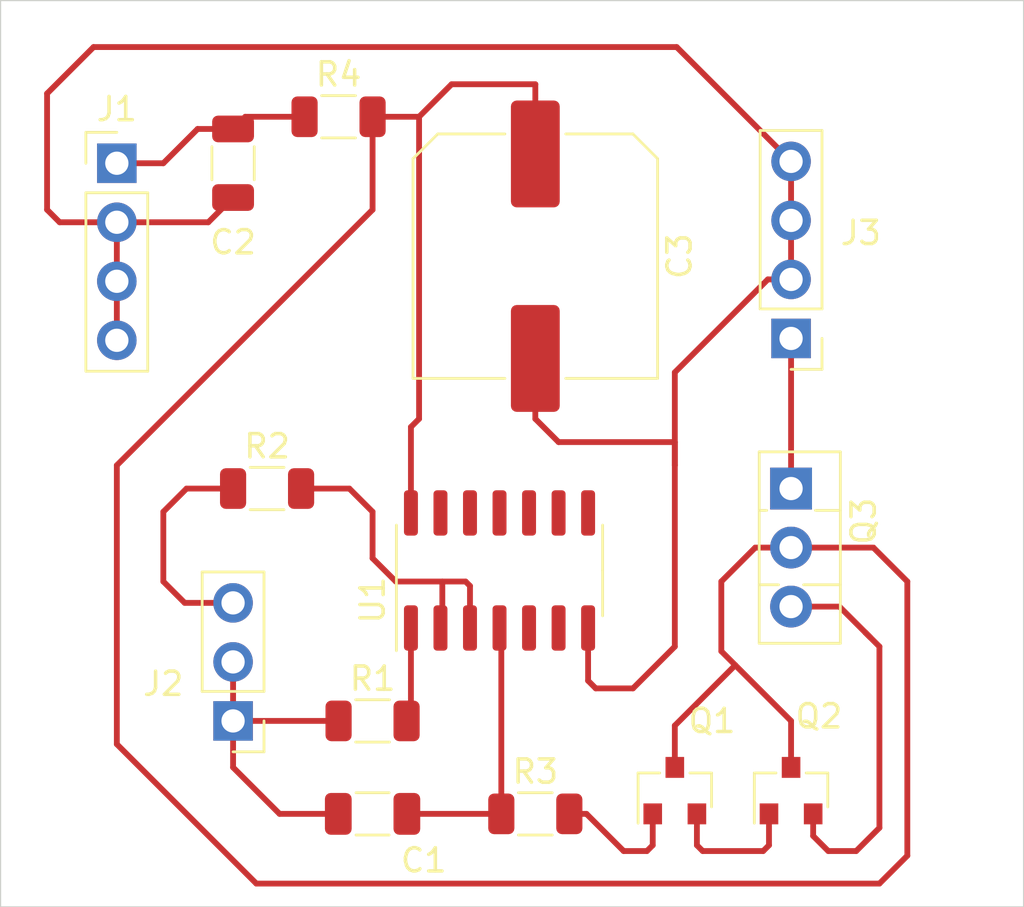
<source format=kicad_pcb>
(kicad_pcb (version 20171130) (host pcbnew "(5.1.9)-1")

  (general
    (thickness 1.6)
    (drawings 4)
    (tracks 97)
    (zones 0)
    (modules 14)
    (nets 13)
  )

  (page A4)
  (layers
    (0 F.Cu signal)
    (31 B.Cu signal hide)
    (32 B.Adhes user hide)
    (33 F.Adhes user)
    (34 B.Paste user hide)
    (35 F.Paste user)
    (36 B.SilkS user hide)
    (37 F.SilkS user)
    (38 B.Mask user hide)
    (39 F.Mask user)
    (40 Dwgs.User user hide)
    (41 Cmts.User user hide)
    (42 Eco1.User user hide)
    (43 Eco2.User user hide)
    (44 Edge.Cuts user)
    (45 Margin user)
    (46 B.CrtYd user)
    (47 F.CrtYd user)
    (48 B.Fab user)
    (49 F.Fab user)
  )

  (setup
    (last_trace_width 0.25)
    (trace_clearance 0.2)
    (zone_clearance 0.508)
    (zone_45_only no)
    (trace_min 0.2)
    (via_size 0.8)
    (via_drill 0.4)
    (via_min_size 0.4)
    (via_min_drill 0.3)
    (uvia_size 0.3)
    (uvia_drill 0.1)
    (uvias_allowed no)
    (uvia_min_size 0.2)
    (uvia_min_drill 0.1)
    (edge_width 0.05)
    (segment_width 0.2)
    (pcb_text_width 0.3)
    (pcb_text_size 1.5 1.5)
    (mod_edge_width 0.12)
    (mod_text_size 1 1)
    (mod_text_width 0.15)
    (pad_size 1.95 0.6)
    (pad_drill 0)
    (pad_to_mask_clearance 0)
    (aux_axis_origin 0 0)
    (grid_origin 110 60)
    (visible_elements FFFEFB3F)
    (pcbplotparams
      (layerselection 0x010a8_ffffffff)
      (usegerberextensions false)
      (usegerberattributes true)
      (usegerberadvancedattributes true)
      (creategerberjobfile true)
      (excludeedgelayer true)
      (linewidth 0.100000)
      (plotframeref false)
      (viasonmask false)
      (mode 1)
      (useauxorigin true)
      (hpglpennumber 1)
      (hpglpenspeed 20)
      (hpglpendiameter 15.000000)
      (psnegative false)
      (psa4output false)
      (plotreference true)
      (plotvalue true)
      (plotinvisibletext false)
      (padsonsilk false)
      (subtractmaskfromsilk false)
      (outputformat 1)
      (mirror false)
      (drillshape 0)
      (scaleselection 1)
      (outputdirectory "./"))
  )

  (net 0 "")
  (net 1 "Net-(C1-Pad2)")
  (net 2 "Net-(C1-Pad1)")
  (net 3 GND)
  (net 4 +12V)
  (net 5 "Net-(C3-Pad1)")
  (net 6 "Net-(J2-Pad3)")
  (net 7 "Net-(J3-Pad1)")
  (net 8 "Net-(Q1-Pad2)")
  (net 9 "Net-(Q1-Pad1)")
  (net 10 "Net-(Q2-Pad2)")
  (net 11 "Net-(R1-Pad2)")
  (net 12 "Net-(R2-Pad2)")

  (net_class Default "This is the default net class."
    (clearance 0.2)
    (trace_width 0.25)
    (via_dia 0.8)
    (via_drill 0.4)
    (uvia_dia 0.3)
    (uvia_drill 0.1)
    (add_net +12V)
    (add_net GND)
    (add_net "Net-(C1-Pad1)")
    (add_net "Net-(C1-Pad2)")
    (add_net "Net-(C3-Pad1)")
    (add_net "Net-(J2-Pad3)")
    (add_net "Net-(J3-Pad1)")
    (add_net "Net-(Q1-Pad1)")
    (add_net "Net-(Q1-Pad2)")
    (add_net "Net-(Q2-Pad2)")
    (add_net "Net-(R1-Pad2)")
    (add_net "Net-(R2-Pad2)")
  )

  (module Package_SO:SOIC-14_3.9x8.7mm_P1.27mm (layer F.Cu) (tedit 64EF9C6D) (tstamp 64EFF716)
    (at 131.46 84.525 90)
    (descr "SOIC, 14 Pin (JEDEC MS-012AB, https://www.analog.com/media/en/package-pcb-resources/package/pkg_pdf/soic_narrow-r/r_14.pdf), generated with kicad-footprint-generator ipc_gullwing_generator.py")
    (tags "SOIC SO")
    (path /64EF89F8)
    (attr smd)
    (fp_text reference U1 (at -1.275 -5.46 90) (layer F.SilkS)
      (effects (font (size 1 1) (thickness 0.15)))
    )
    (fp_text value 4069 (at 0 5.28 90) (layer F.Fab)
      (effects (font (size 1 1) (thickness 0.15)))
    )
    (fp_text user %R (at 0 0 90) (layer F.Fab)
      (effects (font (size 0.98 0.98) (thickness 0.15)))
    )
    (fp_line (start 0 4.435) (end 1.95 4.435) (layer F.SilkS) (width 0.12))
    (fp_line (start 0 4.435) (end -1.95 4.435) (layer F.SilkS) (width 0.12))
    (fp_line (start 0 -4.435) (end 1.95 -4.435) (layer F.SilkS) (width 0.12))
    (fp_line (start 0 -4.435) (end -3.45 -4.435) (layer F.SilkS) (width 0.12))
    (fp_line (start -0.975 -4.325) (end 1.95 -4.325) (layer F.Fab) (width 0.1))
    (fp_line (start 1.95 -4.325) (end 1.95 4.325) (layer F.Fab) (width 0.1))
    (fp_line (start 1.95 4.325) (end -1.95 4.325) (layer F.Fab) (width 0.1))
    (fp_line (start -1.95 4.325) (end -1.95 -3.35) (layer F.Fab) (width 0.1))
    (fp_line (start -1.95 -3.35) (end -0.975 -4.325) (layer F.Fab) (width 0.1))
    (fp_line (start -3.7 -4.58) (end -3.7 4.58) (layer F.CrtYd) (width 0.05))
    (fp_line (start -3.7 4.58) (end 3.7 4.58) (layer F.CrtYd) (width 0.05))
    (fp_line (start 3.7 4.58) (end 3.7 -4.58) (layer F.CrtYd) (width 0.05))
    (fp_line (start 3.7 -4.58) (end -3.7 -4.58) (layer F.CrtYd) (width 0.05))
    (pad 14 smd roundrect (at 2.475 -3.81 90) (size 1.95 0.6) (layers F.Cu F.Paste F.Mask) (roundrect_rratio 0.25)
      (net 5 "Net-(C3-Pad1)"))
    (pad 13 smd roundrect (at 2.475 -2.54 90) (size 1.95 0.6) (layers F.Cu F.Paste F.Mask) (roundrect_rratio 0.25))
    (pad 12 smd roundrect (at 2.475 -1.27 90) (size 1.95 0.6) (layers F.Cu F.Paste F.Mask) (roundrect_rratio 0.25))
    (pad 11 smd roundrect (at 2.475 0 90) (size 1.95 0.6) (layers F.Cu F.Paste F.Mask) (roundrect_rratio 0.25))
    (pad 10 smd roundrect (at 2.475 1.27 90) (size 1.95 0.6) (layers F.Cu F.Paste F.Mask) (roundrect_rratio 0.25))
    (pad 9 smd roundrect (at 2.475 2.54 90) (size 1.95 0.6) (layers F.Cu F.Paste F.Mask) (roundrect_rratio 0.25))
    (pad 8 smd roundrect (at 2.475 3.81 90) (size 1.95 0.6) (layers F.Cu F.Paste F.Mask) (roundrect_rratio 0.25))
    (pad 7 smd roundrect (at -2.475 3.81 90) (size 1.95 0.6) (layers F.Cu F.Paste F.Mask) (roundrect_rratio 0.25)
      (net 3 GND))
    (pad 6 smd roundrect (at -2.475 2.54 90) (size 1.95 0.6) (layers F.Cu F.Paste F.Mask) (roundrect_rratio 0.25))
    (pad 5 smd roundrect (at -2.475 1.27 90) (size 1.95 0.6) (layers F.Cu F.Paste F.Mask) (roundrect_rratio 0.25))
    (pad 4 smd roundrect (at -2.475 0 90) (size 1.95 0.6) (layers F.Cu F.Paste F.Mask) (roundrect_rratio 0.25)
      (net 1 "Net-(C1-Pad2)"))
    (pad 3 smd roundrect (at -2.475 -1.27 90) (size 1.95 0.6) (layers F.Cu F.Paste F.Mask) (roundrect_rratio 0.25)
      (net 12 "Net-(R2-Pad2)"))
    (pad 2 smd roundrect (at -2.475 -2.54 90) (size 1.95 0.6) (layers F.Cu F.Paste F.Mask) (roundrect_rratio 0.25)
      (net 12 "Net-(R2-Pad2)"))
    (pad 1 smd roundrect (at -2.475 -3.81 90) (size 1.95 0.6) (layers F.Cu F.Paste F.Mask) (roundrect_rratio 0.25)
      (net 11 "Net-(R1-Pad2)"))
    (model ${KISYS3DMOD}/Package_SO.3dshapes/SOIC-14_3.9x8.7mm_P1.27mm.wrl
      (at (xyz 0 0 0))
      (scale (xyz 1 1 1))
      (rotate (xyz 0 0 0))
    )
  )

  (module Resistor_SMD:R_1206_3216Metric (layer F.Cu) (tedit 5F68FEEE) (tstamp 64EFF6F6)
    (at 124.5375 65)
    (descr "Resistor SMD 1206 (3216 Metric), square (rectangular) end terminal, IPC_7351 nominal, (Body size source: IPC-SM-782 page 72, https://www.pcb-3d.com/wordpress/wp-content/uploads/ipc-sm-782a_amendment_1_and_2.pdf), generated with kicad-footprint-generator")
    (tags resistor)
    (path /64F1A1B6)
    (attr smd)
    (fp_text reference R4 (at 0 -1.82) (layer F.SilkS)
      (effects (font (size 1 1) (thickness 0.15)))
    )
    (fp_text value 3k (at 0 1.82) (layer F.Fab)
      (effects (font (size 1 1) (thickness 0.15)))
    )
    (fp_text user %R (at 0 0) (layer F.Fab)
      (effects (font (size 0.8 0.8) (thickness 0.12)))
    )
    (fp_line (start -1.6 0.8) (end -1.6 -0.8) (layer F.Fab) (width 0.1))
    (fp_line (start -1.6 -0.8) (end 1.6 -0.8) (layer F.Fab) (width 0.1))
    (fp_line (start 1.6 -0.8) (end 1.6 0.8) (layer F.Fab) (width 0.1))
    (fp_line (start 1.6 0.8) (end -1.6 0.8) (layer F.Fab) (width 0.1))
    (fp_line (start -0.727064 -0.91) (end 0.727064 -0.91) (layer F.SilkS) (width 0.12))
    (fp_line (start -0.727064 0.91) (end 0.727064 0.91) (layer F.SilkS) (width 0.12))
    (fp_line (start -2.28 1.12) (end -2.28 -1.12) (layer F.CrtYd) (width 0.05))
    (fp_line (start -2.28 -1.12) (end 2.28 -1.12) (layer F.CrtYd) (width 0.05))
    (fp_line (start 2.28 -1.12) (end 2.28 1.12) (layer F.CrtYd) (width 0.05))
    (fp_line (start 2.28 1.12) (end -2.28 1.12) (layer F.CrtYd) (width 0.05))
    (pad 2 smd roundrect (at 1.4625 0) (size 1.125 1.75) (layers F.Cu F.Paste F.Mask) (roundrect_rratio 0.2222213333333333)
      (net 5 "Net-(C3-Pad1)"))
    (pad 1 smd roundrect (at -1.4625 0) (size 1.125 1.75) (layers F.Cu F.Paste F.Mask) (roundrect_rratio 0.2222213333333333)
      (net 4 +12V))
    (model ${KISYS3DMOD}/Resistor_SMD.3dshapes/R_1206_3216Metric.wrl
      (at (xyz 0 0 0))
      (scale (xyz 1 1 1))
      (rotate (xyz 0 0 0))
    )
  )

  (module Resistor_SMD:R_1206_3216Metric (layer F.Cu) (tedit 5F68FEEE) (tstamp 64EFF6E5)
    (at 133 95)
    (descr "Resistor SMD 1206 (3216 Metric), square (rectangular) end terminal, IPC_7351 nominal, (Body size source: IPC-SM-782 page 72, https://www.pcb-3d.com/wordpress/wp-content/uploads/ipc-sm-782a_amendment_1_and_2.pdf), generated with kicad-footprint-generator")
    (tags resistor)
    (path /64EFBEBA)
    (attr smd)
    (fp_text reference R3 (at 0 -1.82) (layer F.SilkS)
      (effects (font (size 1 1) (thickness 0.15)))
    )
    (fp_text value 2k (at 0 1.82) (layer F.Fab)
      (effects (font (size 1 1) (thickness 0.15)))
    )
    (fp_text user %R (at 0 0) (layer F.Fab)
      (effects (font (size 0.8 0.8) (thickness 0.12)))
    )
    (fp_line (start -1.6 0.8) (end -1.6 -0.8) (layer F.Fab) (width 0.1))
    (fp_line (start -1.6 -0.8) (end 1.6 -0.8) (layer F.Fab) (width 0.1))
    (fp_line (start 1.6 -0.8) (end 1.6 0.8) (layer F.Fab) (width 0.1))
    (fp_line (start 1.6 0.8) (end -1.6 0.8) (layer F.Fab) (width 0.1))
    (fp_line (start -0.727064 -0.91) (end 0.727064 -0.91) (layer F.SilkS) (width 0.12))
    (fp_line (start -0.727064 0.91) (end 0.727064 0.91) (layer F.SilkS) (width 0.12))
    (fp_line (start -2.28 1.12) (end -2.28 -1.12) (layer F.CrtYd) (width 0.05))
    (fp_line (start -2.28 -1.12) (end 2.28 -1.12) (layer F.CrtYd) (width 0.05))
    (fp_line (start 2.28 -1.12) (end 2.28 1.12) (layer F.CrtYd) (width 0.05))
    (fp_line (start 2.28 1.12) (end -2.28 1.12) (layer F.CrtYd) (width 0.05))
    (pad 2 smd roundrect (at 1.4625 0) (size 1.125 1.75) (layers F.Cu F.Paste F.Mask) (roundrect_rratio 0.2222213333333333)
      (net 9 "Net-(Q1-Pad1)"))
    (pad 1 smd roundrect (at -1.4625 0) (size 1.125 1.75) (layers F.Cu F.Paste F.Mask) (roundrect_rratio 0.2222213333333333)
      (net 1 "Net-(C1-Pad2)"))
    (model ${KISYS3DMOD}/Resistor_SMD.3dshapes/R_1206_3216Metric.wrl
      (at (xyz 0 0 0))
      (scale (xyz 1 1 1))
      (rotate (xyz 0 0 0))
    )
  )

  (module Resistor_SMD:R_1206_3216Metric (layer F.Cu) (tedit 5F68FEEE) (tstamp 64EFF6D4)
    (at 121.4625 81)
    (descr "Resistor SMD 1206 (3216 Metric), square (rectangular) end terminal, IPC_7351 nominal, (Body size source: IPC-SM-782 page 72, https://www.pcb-3d.com/wordpress/wp-content/uploads/ipc-sm-782a_amendment_1_and_2.pdf), generated with kicad-footprint-generator")
    (tags resistor)
    (path /64EFB576)
    (attr smd)
    (fp_text reference R2 (at 0 -1.82) (layer F.SilkS)
      (effects (font (size 1 1) (thickness 0.15)))
    )
    (fp_text value 0K1 (at 2.9375 -2) (layer F.Fab)
      (effects (font (size 1 1) (thickness 0.15)))
    )
    (fp_text user %R (at 0 0) (layer F.Fab)
      (effects (font (size 0.8 0.8) (thickness 0.12)))
    )
    (fp_line (start -1.6 0.8) (end -1.6 -0.8) (layer F.Fab) (width 0.1))
    (fp_line (start -1.6 -0.8) (end 1.6 -0.8) (layer F.Fab) (width 0.1))
    (fp_line (start 1.6 -0.8) (end 1.6 0.8) (layer F.Fab) (width 0.1))
    (fp_line (start 1.6 0.8) (end -1.6 0.8) (layer F.Fab) (width 0.1))
    (fp_line (start -0.727064 -0.91) (end 0.727064 -0.91) (layer F.SilkS) (width 0.12))
    (fp_line (start -0.727064 0.91) (end 0.727064 0.91) (layer F.SilkS) (width 0.12))
    (fp_line (start -2.28 1.12) (end -2.28 -1.12) (layer F.CrtYd) (width 0.05))
    (fp_line (start -2.28 -1.12) (end 2.28 -1.12) (layer F.CrtYd) (width 0.05))
    (fp_line (start 2.28 -1.12) (end 2.28 1.12) (layer F.CrtYd) (width 0.05))
    (fp_line (start 2.28 1.12) (end -2.28 1.12) (layer F.CrtYd) (width 0.05))
    (pad 2 smd roundrect (at 1.4625 0) (size 1.125 1.75) (layers F.Cu F.Paste F.Mask) (roundrect_rratio 0.2222213333333333)
      (net 12 "Net-(R2-Pad2)"))
    (pad 1 smd roundrect (at -1.4625 0) (size 1.125 1.75) (layers F.Cu F.Paste F.Mask) (roundrect_rratio 0.2222213333333333)
      (net 6 "Net-(J2-Pad3)"))
    (model ${KISYS3DMOD}/Resistor_SMD.3dshapes/R_1206_3216Metric.wrl
      (at (xyz 0 0 0))
      (scale (xyz 1 1 1))
      (rotate (xyz 0 0 0))
    )
  )

  (module Resistor_SMD:R_1206_3216Metric (layer F.Cu) (tedit 5F68FEEE) (tstamp 64EFF6C3)
    (at 126 91)
    (descr "Resistor SMD 1206 (3216 Metric), square (rectangular) end terminal, IPC_7351 nominal, (Body size source: IPC-SM-782 page 72, https://www.pcb-3d.com/wordpress/wp-content/uploads/ipc-sm-782a_amendment_1_and_2.pdf), generated with kicad-footprint-generator")
    (tags resistor)
    (path /64EFB05E)
    (attr smd)
    (fp_text reference R1 (at 0 -1.82) (layer F.SilkS)
      (effects (font (size 1 1) (thickness 0.15)))
    )
    (fp_text value 100k (at 0 1.82) (layer F.Fab)
      (effects (font (size 1 1) (thickness 0.15)))
    )
    (fp_text user %R (at 0 0) (layer F.Fab)
      (effects (font (size 0.8 0.8) (thickness 0.12)))
    )
    (fp_line (start -1.6 0.8) (end -1.6 -0.8) (layer F.Fab) (width 0.1))
    (fp_line (start -1.6 -0.8) (end 1.6 -0.8) (layer F.Fab) (width 0.1))
    (fp_line (start 1.6 -0.8) (end 1.6 0.8) (layer F.Fab) (width 0.1))
    (fp_line (start 1.6 0.8) (end -1.6 0.8) (layer F.Fab) (width 0.1))
    (fp_line (start -0.727064 -0.91) (end 0.727064 -0.91) (layer F.SilkS) (width 0.12))
    (fp_line (start -0.727064 0.91) (end 0.727064 0.91) (layer F.SilkS) (width 0.12))
    (fp_line (start -2.28 1.12) (end -2.28 -1.12) (layer F.CrtYd) (width 0.05))
    (fp_line (start -2.28 -1.12) (end 2.28 -1.12) (layer F.CrtYd) (width 0.05))
    (fp_line (start 2.28 -1.12) (end 2.28 1.12) (layer F.CrtYd) (width 0.05))
    (fp_line (start 2.28 1.12) (end -2.28 1.12) (layer F.CrtYd) (width 0.05))
    (pad 2 smd roundrect (at 1.4625 0) (size 1.125 1.75) (layers F.Cu F.Paste F.Mask) (roundrect_rratio 0.2222213333333333)
      (net 11 "Net-(R1-Pad2)"))
    (pad 1 smd roundrect (at -1.4625 0) (size 1.125 1.75) (layers F.Cu F.Paste F.Mask) (roundrect_rratio 0.2222213333333333)
      (net 2 "Net-(C1-Pad1)"))
    (model ${KISYS3DMOD}/Resistor_SMD.3dshapes/R_1206_3216Metric.wrl
      (at (xyz 0 0 0))
      (scale (xyz 1 1 1))
      (rotate (xyz 0 0 0))
    )
  )

  (module Package_TO_SOT_THT:TO-126-3_Vertical (layer F.Cu) (tedit 5AC8BA0D) (tstamp 64EFF6B2)
    (at 144 81 270)
    (descr "TO-126-3, Vertical, RM 2.54mm, see https://www.diodes.com/assets/Package-Files/TO126.pdf")
    (tags "TO-126-3 Vertical RM 2.54mm")
    (path /64F10E20)
    (fp_text reference Q3 (at 1.4 -3.12 90) (layer F.SilkS)
      (effects (font (size 1 1) (thickness 0.15)))
    )
    (fp_text value BD237 (at -0.2 2.5 90) (layer F.Fab)
      (effects (font (size 1 1) (thickness 0.15)))
    )
    (fp_text user %R (at -0.8 -3.12 90) (layer F.Fab)
      (effects (font (size 1 1) (thickness 0.15)))
    )
    (fp_line (start -1.46 -2) (end -1.46 1.25) (layer F.Fab) (width 0.1))
    (fp_line (start -1.46 1.25) (end 6.54 1.25) (layer F.Fab) (width 0.1))
    (fp_line (start 6.54 1.25) (end 6.54 -2) (layer F.Fab) (width 0.1))
    (fp_line (start 6.54 -2) (end -1.46 -2) (layer F.Fab) (width 0.1))
    (fp_line (start 0.94 -2) (end 0.94 1.25) (layer F.Fab) (width 0.1))
    (fp_line (start 4.14 -2) (end 4.14 1.25) (layer F.Fab) (width 0.1))
    (fp_line (start -1.58 -2.12) (end 6.66 -2.12) (layer F.SilkS) (width 0.12))
    (fp_line (start -1.58 1.37) (end 6.66 1.37) (layer F.SilkS) (width 0.12))
    (fp_line (start -1.58 -2.12) (end -1.58 1.37) (layer F.SilkS) (width 0.12))
    (fp_line (start 6.66 -2.12) (end 6.66 1.37) (layer F.SilkS) (width 0.12))
    (fp_line (start 0.94 -2.12) (end 0.94 -1.05) (layer F.SilkS) (width 0.12))
    (fp_line (start 0.94 1.05) (end 0.94 1.37) (layer F.SilkS) (width 0.12))
    (fp_line (start 4.141 -2.12) (end 4.141 -0.54) (layer F.SilkS) (width 0.12))
    (fp_line (start 4.141 0.54) (end 4.141 1.37) (layer F.SilkS) (width 0.12))
    (fp_line (start -1.71 -2.25) (end -1.71 1.5) (layer F.CrtYd) (width 0.05))
    (fp_line (start -1.71 1.5) (end 6.79 1.5) (layer F.CrtYd) (width 0.05))
    (fp_line (start 6.79 1.5) (end 6.79 -2.25) (layer F.CrtYd) (width 0.05))
    (fp_line (start 6.79 -2.25) (end -1.71 -2.25) (layer F.CrtYd) (width 0.05))
    (pad 3 thru_hole oval (at 5.08 0 270) (size 1.8 1.8) (drill 1) (layers *.Cu *.Mask)
      (net 10 "Net-(Q2-Pad2)"))
    (pad 2 thru_hole oval (at 2.54 0 270) (size 1.8 1.8) (drill 1) (layers *.Cu *.Mask)
      (net 5 "Net-(C3-Pad1)"))
    (pad 1 thru_hole rect (at 0 0 270) (size 1.8 1.8) (drill 1) (layers *.Cu *.Mask)
      (net 7 "Net-(J3-Pad1)"))
    (model ${KISYS3DMOD}/Package_TO_SOT_THT.3dshapes/TO-126-3_Vertical.wrl
      (at (xyz 0 0 0))
      (scale (xyz 1 1 1))
      (rotate (xyz 0 0 0))
    )
  )

  (module Package_TO_SOT_SMD:SOT-23 (layer F.Cu) (tedit 5A02FF57) (tstamp 64EFF9BF)
    (at 144 94 90)
    (descr "SOT-23, Standard")
    (tags SOT-23)
    (path /64F0809D)
    (attr smd)
    (fp_text reference Q2 (at 3.2 1.2 180) (layer F.SilkS)
      (effects (font (size 1 1) (thickness 0.15)))
    )
    (fp_text value BC846 (at 0.6 2.8 90) (layer F.Fab)
      (effects (font (size 1 1) (thickness 0.15)))
    )
    (fp_text user %R (at 0 0) (layer F.Fab)
      (effects (font (size 0.5 0.5) (thickness 0.075)))
    )
    (fp_line (start -0.7 -0.95) (end -0.7 1.5) (layer F.Fab) (width 0.1))
    (fp_line (start -0.15 -1.52) (end 0.7 -1.52) (layer F.Fab) (width 0.1))
    (fp_line (start -0.7 -0.95) (end -0.15 -1.52) (layer F.Fab) (width 0.1))
    (fp_line (start 0.7 -1.52) (end 0.7 1.52) (layer F.Fab) (width 0.1))
    (fp_line (start -0.7 1.52) (end 0.7 1.52) (layer F.Fab) (width 0.1))
    (fp_line (start 0.76 1.58) (end 0.76 0.65) (layer F.SilkS) (width 0.12))
    (fp_line (start 0.76 -1.58) (end 0.76 -0.65) (layer F.SilkS) (width 0.12))
    (fp_line (start -1.7 -1.75) (end 1.7 -1.75) (layer F.CrtYd) (width 0.05))
    (fp_line (start 1.7 -1.75) (end 1.7 1.75) (layer F.CrtYd) (width 0.05))
    (fp_line (start 1.7 1.75) (end -1.7 1.75) (layer F.CrtYd) (width 0.05))
    (fp_line (start -1.7 1.75) (end -1.7 -1.75) (layer F.CrtYd) (width 0.05))
    (fp_line (start 0.76 -1.58) (end -1.4 -1.58) (layer F.SilkS) (width 0.12))
    (fp_line (start 0.76 1.58) (end -0.7 1.58) (layer F.SilkS) (width 0.12))
    (pad 3 smd rect (at 1 0 90) (size 0.9 0.8) (layers F.Cu F.Paste F.Mask)
      (net 5 "Net-(C3-Pad1)"))
    (pad 2 smd rect (at -1 0.95 90) (size 0.9 0.8) (layers F.Cu F.Paste F.Mask)
      (net 10 "Net-(Q2-Pad2)"))
    (pad 1 smd rect (at -1 -0.95 90) (size 0.9 0.8) (layers F.Cu F.Paste F.Mask)
      (net 8 "Net-(Q1-Pad2)"))
    (model ${KISYS3DMOD}/Package_TO_SOT_SMD.3dshapes/SOT-23.wrl
      (at (xyz 0 0 0))
      (scale (xyz 1 1 1))
      (rotate (xyz 0 0 0))
    )
  )

  (module Package_TO_SOT_SMD:SOT-23 (layer F.Cu) (tedit 5A02FF57) (tstamp 64EFF683)
    (at 139 94 90)
    (descr "SOT-23, Standard")
    (tags SOT-23)
    (path /64F06430)
    (attr smd)
    (fp_text reference Q1 (at 3 1.6 180) (layer F.SilkS)
      (effects (font (size 1 1) (thickness 0.15)))
    )
    (fp_text value BC846 (at 3.4 -2.4 180) (layer F.Fab)
      (effects (font (size 1 1) (thickness 0.15)))
    )
    (fp_text user %R (at 0 0) (layer F.Fab)
      (effects (font (size 0.5 0.5) (thickness 0.075)))
    )
    (fp_line (start -0.7 -0.95) (end -0.7 1.5) (layer F.Fab) (width 0.1))
    (fp_line (start -0.15 -1.52) (end 0.7 -1.52) (layer F.Fab) (width 0.1))
    (fp_line (start -0.7 -0.95) (end -0.15 -1.52) (layer F.Fab) (width 0.1))
    (fp_line (start 0.7 -1.52) (end 0.7 1.52) (layer F.Fab) (width 0.1))
    (fp_line (start -0.7 1.52) (end 0.7 1.52) (layer F.Fab) (width 0.1))
    (fp_line (start 0.76 1.58) (end 0.76 0.65) (layer F.SilkS) (width 0.12))
    (fp_line (start 0.76 -1.58) (end 0.76 -0.65) (layer F.SilkS) (width 0.12))
    (fp_line (start -1.7 -1.75) (end 1.7 -1.75) (layer F.CrtYd) (width 0.05))
    (fp_line (start 1.7 -1.75) (end 1.7 1.75) (layer F.CrtYd) (width 0.05))
    (fp_line (start 1.7 1.75) (end -1.7 1.75) (layer F.CrtYd) (width 0.05))
    (fp_line (start -1.7 1.75) (end -1.7 -1.75) (layer F.CrtYd) (width 0.05))
    (fp_line (start 0.76 -1.58) (end -1.4 -1.58) (layer F.SilkS) (width 0.12))
    (fp_line (start 0.76 1.58) (end -0.7 1.58) (layer F.SilkS) (width 0.12))
    (pad 3 smd rect (at 1 0 90) (size 0.9 0.8) (layers F.Cu F.Paste F.Mask)
      (net 5 "Net-(C3-Pad1)"))
    (pad 2 smd rect (at -1 0.95 90) (size 0.9 0.8) (layers F.Cu F.Paste F.Mask)
      (net 8 "Net-(Q1-Pad2)"))
    (pad 1 smd rect (at -1 -0.95 90) (size 0.9 0.8) (layers F.Cu F.Paste F.Mask)
      (net 9 "Net-(Q1-Pad1)"))
    (model ${KISYS3DMOD}/Package_TO_SOT_SMD.3dshapes/SOT-23.wrl
      (at (xyz 0 0 0))
      (scale (xyz 1 1 1))
      (rotate (xyz 0 0 0))
    )
  )

  (module Connector_PinHeader_2.54mm:PinHeader_1x04_P2.54mm_Vertical (layer F.Cu) (tedit 59FED5CC) (tstamp 64EFF66E)
    (at 144 74.54 180)
    (descr "Through hole straight pin header, 1x04, 2.54mm pitch, single row")
    (tags "Through hole pin header THT 1x04 2.54mm single row")
    (path /64EFDA1F)
    (fp_text reference J3 (at -3 4.54) (layer F.SilkS)
      (effects (font (size 1 1) (thickness 0.15)))
    )
    (fp_text value Conn_01x04_Female (at -1.8 10.94) (layer F.Fab)
      (effects (font (size 1 1) (thickness 0.15)))
    )
    (fp_text user %R (at 0 3.81 90) (layer F.Fab)
      (effects (font (size 1 1) (thickness 0.15)))
    )
    (fp_line (start -0.635 -1.27) (end 1.27 -1.27) (layer F.Fab) (width 0.1))
    (fp_line (start 1.27 -1.27) (end 1.27 8.89) (layer F.Fab) (width 0.1))
    (fp_line (start 1.27 8.89) (end -1.27 8.89) (layer F.Fab) (width 0.1))
    (fp_line (start -1.27 8.89) (end -1.27 -0.635) (layer F.Fab) (width 0.1))
    (fp_line (start -1.27 -0.635) (end -0.635 -1.27) (layer F.Fab) (width 0.1))
    (fp_line (start -1.33 8.95) (end 1.33 8.95) (layer F.SilkS) (width 0.12))
    (fp_line (start -1.33 1.27) (end -1.33 8.95) (layer F.SilkS) (width 0.12))
    (fp_line (start 1.33 1.27) (end 1.33 8.95) (layer F.SilkS) (width 0.12))
    (fp_line (start -1.33 1.27) (end 1.33 1.27) (layer F.SilkS) (width 0.12))
    (fp_line (start -1.33 0) (end -1.33 -1.33) (layer F.SilkS) (width 0.12))
    (fp_line (start -1.33 -1.33) (end 0 -1.33) (layer F.SilkS) (width 0.12))
    (fp_line (start -1.8 -1.8) (end -1.8 9.4) (layer F.CrtYd) (width 0.05))
    (fp_line (start -1.8 9.4) (end 1.8 9.4) (layer F.CrtYd) (width 0.05))
    (fp_line (start 1.8 9.4) (end 1.8 -1.8) (layer F.CrtYd) (width 0.05))
    (fp_line (start 1.8 -1.8) (end -1.8 -1.8) (layer F.CrtYd) (width 0.05))
    (pad 4 thru_hole oval (at 0 7.62 180) (size 1.7 1.7) (drill 1) (layers *.Cu *.Mask)
      (net 3 GND))
    (pad 3 thru_hole oval (at 0 5.08 180) (size 1.7 1.7) (drill 1) (layers *.Cu *.Mask)
      (net 3 GND))
    (pad 2 thru_hole oval (at 0 2.54 180) (size 1.7 1.7) (drill 1) (layers *.Cu *.Mask)
      (net 3 GND))
    (pad 1 thru_hole rect (at 0 0 180) (size 1.7 1.7) (drill 1) (layers *.Cu *.Mask)
      (net 7 "Net-(J3-Pad1)"))
    (model ${KISYS3DMOD}/Connector_PinHeader_2.54mm.3dshapes/PinHeader_1x04_P2.54mm_Vertical.wrl
      (at (xyz 0 0 0))
      (scale (xyz 1 1 1))
      (rotate (xyz 0 0 0))
    )
  )

  (module Connector_PinHeader_2.54mm:PinHeader_1x03_P2.54mm_Vertical (layer F.Cu) (tedit 59FED5CC) (tstamp 64EFF656)
    (at 120 91 180)
    (descr "Through hole straight pin header, 1x03, 2.54mm pitch, single row")
    (tags "Through hole pin header THT 1x03 2.54mm single row")
    (path /64EFE5E2)
    (fp_text reference J2 (at 3 1.6) (layer F.SilkS)
      (effects (font (size 1 1) (thickness 0.15)))
    )
    (fp_text value Conn_01x03_Male (at 6.4 4.4 90) (layer F.Fab)
      (effects (font (size 1 1) (thickness 0.15)))
    )
    (fp_text user %R (at 0 2.54 90) (layer F.Fab)
      (effects (font (size 1 1) (thickness 0.15)))
    )
    (fp_line (start -0.635 -1.27) (end 1.27 -1.27) (layer F.Fab) (width 0.1))
    (fp_line (start 1.27 -1.27) (end 1.27 6.35) (layer F.Fab) (width 0.1))
    (fp_line (start 1.27 6.35) (end -1.27 6.35) (layer F.Fab) (width 0.1))
    (fp_line (start -1.27 6.35) (end -1.27 -0.635) (layer F.Fab) (width 0.1))
    (fp_line (start -1.27 -0.635) (end -0.635 -1.27) (layer F.Fab) (width 0.1))
    (fp_line (start -1.33 6.41) (end 1.33 6.41) (layer F.SilkS) (width 0.12))
    (fp_line (start -1.33 1.27) (end -1.33 6.41) (layer F.SilkS) (width 0.12))
    (fp_line (start 1.33 1.27) (end 1.33 6.41) (layer F.SilkS) (width 0.12))
    (fp_line (start -1.33 1.27) (end 1.33 1.27) (layer F.SilkS) (width 0.12))
    (fp_line (start -1.33 0) (end -1.33 -1.33) (layer F.SilkS) (width 0.12))
    (fp_line (start -1.33 -1.33) (end 0 -1.33) (layer F.SilkS) (width 0.12))
    (fp_line (start -1.8 -1.8) (end -1.8 6.85) (layer F.CrtYd) (width 0.05))
    (fp_line (start -1.8 6.85) (end 1.8 6.85) (layer F.CrtYd) (width 0.05))
    (fp_line (start 1.8 6.85) (end 1.8 -1.8) (layer F.CrtYd) (width 0.05))
    (fp_line (start 1.8 -1.8) (end -1.8 -1.8) (layer F.CrtYd) (width 0.05))
    (pad 3 thru_hole oval (at 0 5.08 180) (size 1.7 1.7) (drill 1) (layers *.Cu *.Mask)
      (net 6 "Net-(J2-Pad3)"))
    (pad 2 thru_hole oval (at 0 2.54 180) (size 1.7 1.7) (drill 1) (layers *.Cu *.Mask)
      (net 2 "Net-(C1-Pad1)"))
    (pad 1 thru_hole rect (at 0 0 180) (size 1.7 1.7) (drill 1) (layers *.Cu *.Mask)
      (net 2 "Net-(C1-Pad1)"))
    (model ${KISYS3DMOD}/Connector_PinHeader_2.54mm.3dshapes/PinHeader_1x03_P2.54mm_Vertical.wrl
      (at (xyz 0 0 0))
      (scale (xyz 1 1 1))
      (rotate (xyz 0 0 0))
    )
  )

  (module Connector_PinHeader_2.54mm:PinHeader_1x04_P2.54mm_Vertical (layer F.Cu) (tedit 59FED5CC) (tstamp 64EFF63F)
    (at 115 67)
    (descr "Through hole straight pin header, 1x04, 2.54mm pitch, single row")
    (tags "Through hole pin header THT 1x04 2.54mm single row")
    (path /64EFC76A)
    (fp_text reference J1 (at 0 -2.33) (layer F.SilkS)
      (effects (font (size 1 1) (thickness 0.15)))
    )
    (fp_text value Conn_01x04_Female (at 3.6 9.95) (layer F.Fab)
      (effects (font (size 1 1) (thickness 0.15)))
    )
    (fp_text user %R (at 0 3.81 90) (layer F.Fab)
      (effects (font (size 1 1) (thickness 0.15)))
    )
    (fp_line (start -0.635 -1.27) (end 1.27 -1.27) (layer F.Fab) (width 0.1))
    (fp_line (start 1.27 -1.27) (end 1.27 8.89) (layer F.Fab) (width 0.1))
    (fp_line (start 1.27 8.89) (end -1.27 8.89) (layer F.Fab) (width 0.1))
    (fp_line (start -1.27 8.89) (end -1.27 -0.635) (layer F.Fab) (width 0.1))
    (fp_line (start -1.27 -0.635) (end -0.635 -1.27) (layer F.Fab) (width 0.1))
    (fp_line (start -1.33 8.95) (end 1.33 8.95) (layer F.SilkS) (width 0.12))
    (fp_line (start -1.33 1.27) (end -1.33 8.95) (layer F.SilkS) (width 0.12))
    (fp_line (start 1.33 1.27) (end 1.33 8.95) (layer F.SilkS) (width 0.12))
    (fp_line (start -1.33 1.27) (end 1.33 1.27) (layer F.SilkS) (width 0.12))
    (fp_line (start -1.33 0) (end -1.33 -1.33) (layer F.SilkS) (width 0.12))
    (fp_line (start -1.33 -1.33) (end 0 -1.33) (layer F.SilkS) (width 0.12))
    (fp_line (start -1.8 -1.8) (end -1.8 9.4) (layer F.CrtYd) (width 0.05))
    (fp_line (start -1.8 9.4) (end 1.8 9.4) (layer F.CrtYd) (width 0.05))
    (fp_line (start 1.8 9.4) (end 1.8 -1.8) (layer F.CrtYd) (width 0.05))
    (fp_line (start 1.8 -1.8) (end -1.8 -1.8) (layer F.CrtYd) (width 0.05))
    (pad 4 thru_hole oval (at 0 7.62) (size 1.7 1.7) (drill 1) (layers *.Cu *.Mask)
      (net 3 GND))
    (pad 3 thru_hole oval (at 0 5.08) (size 1.7 1.7) (drill 1) (layers *.Cu *.Mask)
      (net 3 GND))
    (pad 2 thru_hole oval (at 0 2.54) (size 1.7 1.7) (drill 1) (layers *.Cu *.Mask)
      (net 3 GND))
    (pad 1 thru_hole rect (at 0 0) (size 1.7 1.7) (drill 1) (layers *.Cu *.Mask)
      (net 4 +12V))
    (model ${KISYS3DMOD}/Connector_PinHeader_2.54mm.3dshapes/PinHeader_1x04_P2.54mm_Vertical.wrl
      (at (xyz 0 0 0))
      (scale (xyz 1 1 1))
      (rotate (xyz 0 0 0))
    )
  )

  (module Capacitor_SMD:C_Elec_10x10.2 (layer F.Cu) (tedit 5BC8D926) (tstamp 64EFF627)
    (at 133 71 270)
    (descr "SMD capacitor, aluminum electrolytic nonpolar, 10.0x10.2mm")
    (tags "capacitor electrolyic nonpolar")
    (path /64F13FB9)
    (attr smd)
    (fp_text reference C3 (at 0 -6.2 90) (layer F.SilkS)
      (effects (font (size 1 1) (thickness 0.15)))
    )
    (fp_text value 1000mk (at 0 6.2 90) (layer F.Fab)
      (effects (font (size 1 1) (thickness 0.15)))
    )
    (fp_text user %R (at 0 0 90) (layer F.Fab)
      (effects (font (size 1 1) (thickness 0.15)))
    )
    (fp_circle (center 0 0) (end 5 0) (layer F.Fab) (width 0.1))
    (fp_line (start 5.15 -5.15) (end 5.15 5.15) (layer F.Fab) (width 0.1))
    (fp_line (start -4.15 -5.15) (end 5.15 -5.15) (layer F.Fab) (width 0.1))
    (fp_line (start -4.15 5.15) (end 5.15 5.15) (layer F.Fab) (width 0.1))
    (fp_line (start -5.15 -4.15) (end -5.15 4.15) (layer F.Fab) (width 0.1))
    (fp_line (start -5.15 -4.15) (end -4.15 -5.15) (layer F.Fab) (width 0.1))
    (fp_line (start -5.15 4.15) (end -4.15 5.15) (layer F.Fab) (width 0.1))
    (fp_line (start 5.26 5.26) (end 5.26 1.31) (layer F.SilkS) (width 0.12))
    (fp_line (start 5.26 -5.26) (end 5.26 -1.31) (layer F.SilkS) (width 0.12))
    (fp_line (start -4.195563 -5.26) (end 5.26 -5.26) (layer F.SilkS) (width 0.12))
    (fp_line (start -4.195563 5.26) (end 5.26 5.26) (layer F.SilkS) (width 0.12))
    (fp_line (start -5.26 4.195563) (end -5.26 1.31) (layer F.SilkS) (width 0.12))
    (fp_line (start -5.26 -4.195563) (end -5.26 -1.31) (layer F.SilkS) (width 0.12))
    (fp_line (start -5.26 -4.195563) (end -4.195563 -5.26) (layer F.SilkS) (width 0.12))
    (fp_line (start -5.26 4.195563) (end -4.195563 5.26) (layer F.SilkS) (width 0.12))
    (fp_line (start 5.4 -5.4) (end 5.4 -1.3) (layer F.CrtYd) (width 0.05))
    (fp_line (start 5.4 -1.3) (end 6.95 -1.3) (layer F.CrtYd) (width 0.05))
    (fp_line (start 6.95 -1.3) (end 6.95 1.3) (layer F.CrtYd) (width 0.05))
    (fp_line (start 6.95 1.3) (end 5.4 1.3) (layer F.CrtYd) (width 0.05))
    (fp_line (start 5.4 1.3) (end 5.4 5.4) (layer F.CrtYd) (width 0.05))
    (fp_line (start -4.25 5.4) (end 5.4 5.4) (layer F.CrtYd) (width 0.05))
    (fp_line (start -4.25 -5.4) (end 5.4 -5.4) (layer F.CrtYd) (width 0.05))
    (fp_line (start -5.4 4.25) (end -4.25 5.4) (layer F.CrtYd) (width 0.05))
    (fp_line (start -5.4 -4.25) (end -4.25 -5.4) (layer F.CrtYd) (width 0.05))
    (fp_line (start -5.4 -4.25) (end -5.4 -1.3) (layer F.CrtYd) (width 0.05))
    (fp_line (start -5.4 1.3) (end -5.4 4.25) (layer F.CrtYd) (width 0.05))
    (fp_line (start -5.4 -1.3) (end -6.95 -1.3) (layer F.CrtYd) (width 0.05))
    (fp_line (start -6.95 -1.3) (end -6.95 1.3) (layer F.CrtYd) (width 0.05))
    (fp_line (start -6.95 1.3) (end -5.4 1.3) (layer F.CrtYd) (width 0.05))
    (pad 2 smd roundrect (at 4.4 0 270) (size 4.6 2.1) (layers F.Cu F.Paste F.Mask) (roundrect_rratio 0.119047619047619)
      (net 3 GND))
    (pad 1 smd roundrect (at -4.4 0 270) (size 4.6 2.1) (layers F.Cu F.Paste F.Mask) (roundrect_rratio 0.119047619047619)
      (net 5 "Net-(C3-Pad1)"))
    (model ${KISYS3DMOD}/Capacitor_SMD.3dshapes/C_Elec_10x10.2.wrl
      (at (xyz 0 0 0))
      (scale (xyz 1 1 1))
      (rotate (xyz 0 0 0))
    )
  )

  (module Capacitor_SMD:C_1206_3216Metric (layer F.Cu) (tedit 5F68FEEE) (tstamp 64EFF603)
    (at 120 67 270)
    (descr "Capacitor SMD 1206 (3216 Metric), square (rectangular) end terminal, IPC_7351 nominal, (Body size source: IPC-SM-782 page 76, https://www.pcb-3d.com/wordpress/wp-content/uploads/ipc-sm-782a_amendment_1_and_2.pdf), generated with kicad-footprint-generator")
    (tags capacitor)
    (path /64F13652)
    (attr smd)
    (fp_text reference C2 (at 3.4 0 180) (layer F.SilkS)
      (effects (font (size 1 1) (thickness 0.15)))
    )
    (fp_text value 100n (at -3.6 0.6 180) (layer F.Fab)
      (effects (font (size 1 1) (thickness 0.15)))
    )
    (fp_text user %R (at 0.3006 0 90) (layer F.Fab)
      (effects (font (size 0.8 0.8) (thickness 0.12)))
    )
    (fp_line (start -1.6 0.8) (end -1.6 -0.8) (layer F.Fab) (width 0.1))
    (fp_line (start -1.6 -0.8) (end 1.6 -0.8) (layer F.Fab) (width 0.1))
    (fp_line (start 1.6 -0.8) (end 1.6 0.8) (layer F.Fab) (width 0.1))
    (fp_line (start 1.6 0.8) (end -1.6 0.8) (layer F.Fab) (width 0.1))
    (fp_line (start -0.711252 -0.91) (end 0.711252 -0.91) (layer F.SilkS) (width 0.12))
    (fp_line (start -0.711252 0.91) (end 0.711252 0.91) (layer F.SilkS) (width 0.12))
    (fp_line (start -2.3 1.15) (end -2.3 -1.15) (layer F.CrtYd) (width 0.05))
    (fp_line (start -2.3 -1.15) (end 2.3 -1.15) (layer F.CrtYd) (width 0.05))
    (fp_line (start 2.3 -1.15) (end 2.3 1.15) (layer F.CrtYd) (width 0.05))
    (fp_line (start 2.3 1.15) (end -2.3 1.15) (layer F.CrtYd) (width 0.05))
    (pad 2 smd roundrect (at 1.475 0 270) (size 1.15 1.8) (layers F.Cu F.Paste F.Mask) (roundrect_rratio 0.2173904347826087)
      (net 3 GND))
    (pad 1 smd roundrect (at -1.475 0 270) (size 1.15 1.8) (layers F.Cu F.Paste F.Mask) (roundrect_rratio 0.2173904347826087)
      (net 4 +12V))
    (model ${KISYS3DMOD}/Capacitor_SMD.3dshapes/C_1206_3216Metric.wrl
      (at (xyz 0 0 0))
      (scale (xyz 1 1 1))
      (rotate (xyz 0 0 0))
    )
  )

  (module Capacitor_SMD:C_1206_3216Metric (layer F.Cu) (tedit 5F68FEEE) (tstamp 64EFF5F2)
    (at 126 95)
    (descr "Capacitor SMD 1206 (3216 Metric), square (rectangular) end terminal, IPC_7351 nominal, (Body size source: IPC-SM-782 page 76, https://www.pcb-3d.com/wordpress/wp-content/uploads/ipc-sm-782a_amendment_1_and_2.pdf), generated with kicad-footprint-generator")
    (tags capacitor)
    (path /64F12EE7)
    (attr smd)
    (fp_text reference C1 (at 2.2 2) (layer F.SilkS)
      (effects (font (size 1 1) (thickness 0.15)))
    )
    (fp_text value 1n (at 0 1.85) (layer F.Fab)
      (effects (font (size 1 1) (thickness 0.15)))
    )
    (fp_text user %R (at 0 0) (layer F.Fab)
      (effects (font (size 0.8 0.8) (thickness 0.12)))
    )
    (fp_line (start -1.6 0.8) (end -1.6 -0.8) (layer F.Fab) (width 0.1))
    (fp_line (start -1.6 -0.8) (end 1.6 -0.8) (layer F.Fab) (width 0.1))
    (fp_line (start 1.6 -0.8) (end 1.6 0.8) (layer F.Fab) (width 0.1))
    (fp_line (start 1.6 0.8) (end -1.6 0.8) (layer F.Fab) (width 0.1))
    (fp_line (start -0.711252 -0.91) (end 0.711252 -0.91) (layer F.SilkS) (width 0.12))
    (fp_line (start -0.711252 0.91) (end 0.711252 0.91) (layer F.SilkS) (width 0.12))
    (fp_line (start -2.3 1.15) (end -2.3 -1.15) (layer F.CrtYd) (width 0.05))
    (fp_line (start -2.3 -1.15) (end 2.3 -1.15) (layer F.CrtYd) (width 0.05))
    (fp_line (start 2.3 -1.15) (end 2.3 1.15) (layer F.CrtYd) (width 0.05))
    (fp_line (start 2.3 1.15) (end -2.3 1.15) (layer F.CrtYd) (width 0.05))
    (pad 2 smd roundrect (at 1.475 0) (size 1.15 1.8) (layers F.Cu F.Paste F.Mask) (roundrect_rratio 0.2173904347826087)
      (net 1 "Net-(C1-Pad2)"))
    (pad 1 smd roundrect (at -1.475 0) (size 1.15 1.8) (layers F.Cu F.Paste F.Mask) (roundrect_rratio 0.2173904347826087)
      (net 2 "Net-(C1-Pad1)"))
    (model ${KISYS3DMOD}/Capacitor_SMD.3dshapes/C_1206_3216Metric.wrl
      (at (xyz 0 0 0))
      (scale (xyz 1 1 1))
      (rotate (xyz 0 0 0))
    )
  )

  (gr_line (start 110 99) (end 110 60) (layer Edge.Cuts) (width 0.05))
  (gr_line (start 154 99) (end 110 99) (layer Edge.Cuts) (width 0.05))
  (gr_line (start 154 60) (end 154 99) (layer Edge.Cuts) (width 0.05))
  (gr_line (start 110 60) (end 154 60) (layer Edge.Cuts) (width 0.05))

  (segment (start 127.475 95) (end 131.5375 95) (width 0.25) (layer F.Cu) (net 1))
  (segment (start 131.5375 87.0775) (end 131.46 87) (width 0.25) (layer F.Cu) (net 1))
  (segment (start 131.5375 95) (end 131.5375 87.0775) (width 0.25) (layer F.Cu) (net 1))
  (segment (start 124.5375 91) (end 120 91) (width 0.25) (layer F.Cu) (net 2))
  (segment (start 120 91) (end 120 88.46) (width 0.25) (layer F.Cu) (net 2))
  (segment (start 120 93) (end 120 91) (width 0.25) (layer F.Cu) (net 2))
  (segment (start 122 95) (end 120 93) (width 0.25) (layer F.Cu) (net 2))
  (segment (start 124.525 95) (end 122 95) (width 0.25) (layer F.Cu) (net 2))
  (segment (start 118.935 69.54) (end 120 68.475) (width 0.25) (layer F.Cu) (net 3))
  (segment (start 115 69.54) (end 118.935 69.54) (width 0.25) (layer F.Cu) (net 3))
  (segment (start 139.08 62) (end 144 66.92) (width 0.25) (layer F.Cu) (net 3))
  (segment (start 114 62) (end 139.08 62) (width 0.25) (layer F.Cu) (net 3))
  (segment (start 112 69) (end 112 64) (width 0.25) (layer F.Cu) (net 3))
  (segment (start 112 64) (end 114 62) (width 0.25) (layer F.Cu) (net 3))
  (segment (start 112.54 69.54) (end 112 69) (width 0.25) (layer F.Cu) (net 3))
  (segment (start 115 69.54) (end 112.54 69.54) (width 0.25) (layer F.Cu) (net 3))
  (segment (start 144 66.92) (end 144 69.46) (width 0.25) (layer F.Cu) (net 3))
  (segment (start 144 72) (end 144 69.46) (width 0.25) (layer F.Cu) (net 3))
  (segment (start 133 78) (end 133 75.4) (width 0.25) (layer F.Cu) (net 3))
  (segment (start 134 79) (end 133 78) (width 0.25) (layer F.Cu) (net 3))
  (segment (start 139 79) (end 134 79) (width 0.25) (layer F.Cu) (net 3))
  (segment (start 139 80) (end 139 79) (width 0.25) (layer F.Cu) (net 3))
  (segment (start 139 76) (end 139 80) (width 0.25) (layer F.Cu) (net 3))
  (segment (start 143 72) (end 139 76) (width 0.25) (layer F.Cu) (net 3))
  (segment (start 144 72) (end 143 72) (width 0.25) (layer F.Cu) (net 3))
  (segment (start 139 87.8) (end 139 80) (width 0.25) (layer F.Cu) (net 3))
  (segment (start 137.2 89.6) (end 139 87.8) (width 0.25) (layer F.Cu) (net 3))
  (segment (start 135.6 89.6) (end 137.2 89.6) (width 0.25) (layer F.Cu) (net 3))
  (segment (start 135.27 89.27) (end 135.6 89.6) (width 0.25) (layer F.Cu) (net 3))
  (segment (start 135.27 87) (end 135.27 89.27) (width 0.25) (layer F.Cu) (net 3))
  (segment (start 115 74.62) (end 115 72.08) (width 0.25) (layer F.Cu) (net 3))
  (segment (start 115 72.08) (end 115 69.54) (width 0.25) (layer F.Cu) (net 3))
  (segment (start 120.525 65) (end 120 65.525) (width 0.25) (layer F.Cu) (net 4))
  (segment (start 123.075 65) (end 120.525 65) (width 0.25) (layer F.Cu) (net 4))
  (segment (start 118.475 65.525) (end 120 65.525) (width 0.25) (layer F.Cu) (net 4))
  (segment (start 117 67) (end 118.475 65.525) (width 0.25) (layer F.Cu) (net 4))
  (segment (start 115 67) (end 117 67) (width 0.25) (layer F.Cu) (net 4))
  (segment (start 126 65) (end 128 65) (width 0.25) (layer F.Cu) (net 5))
  (segment (start 127.65 78.35) (end 127.65 82.05) (width 0.25) (layer F.Cu) (net 5))
  (segment (start 128 78) (end 127.65 78.35) (width 0.25) (layer F.Cu) (net 5))
  (segment (start 128 65) (end 128 78) (width 0.25) (layer F.Cu) (net 5))
  (segment (start 142.46 83.54) (end 144 83.54) (width 0.25) (layer F.Cu) (net 5))
  (segment (start 141 85) (end 142.46 83.54) (width 0.25) (layer F.Cu) (net 5))
  (segment (start 141 88) (end 141 85) (width 0.25) (layer F.Cu) (net 5))
  (segment (start 144 91) (end 141 88) (width 0.25) (layer F.Cu) (net 5))
  (segment (start 144 93) (end 144 91) (width 0.25) (layer F.Cu) (net 5))
  (segment (start 147.54 83.54) (end 144 83.54) (width 0.25) (layer F.Cu) (net 5))
  (segment (start 149 85) (end 147.54 83.54) (width 0.25) (layer F.Cu) (net 5))
  (segment (start 149 96.8) (end 149 85) (width 0.25) (layer F.Cu) (net 5))
  (segment (start 115 92) (end 121 98) (width 0.25) (layer F.Cu) (net 5))
  (segment (start 121 98) (end 147.8 98) (width 0.25) (layer F.Cu) (net 5))
  (segment (start 115 80) (end 115 92) (width 0.25) (layer F.Cu) (net 5))
  (segment (start 147.8 98) (end 149 96.8) (width 0.25) (layer F.Cu) (net 5))
  (segment (start 126 69) (end 115 80) (width 0.25) (layer F.Cu) (net 5))
  (segment (start 126 65) (end 126 69) (width 0.25) (layer F.Cu) (net 5))
  (segment (start 139 91.2) (end 141.6 88.6) (width 0.25) (layer F.Cu) (net 5))
  (segment (start 139 93) (end 139 91.2) (width 0.25) (layer F.Cu) (net 5))
  (segment (start 133 63.6) (end 133 66.6) (width 0.25) (layer F.Cu) (net 5))
  (segment (start 129.4 63.6) (end 133 63.6) (width 0.25) (layer F.Cu) (net 5))
  (segment (start 128 65) (end 129.4 63.6) (width 0.25) (layer F.Cu) (net 5))
  (segment (start 120 81) (end 118 81) (width 0.25) (layer F.Cu) (net 6))
  (segment (start 118 81) (end 117 82) (width 0.25) (layer F.Cu) (net 6))
  (segment (start 117 82) (end 117 85) (width 0.25) (layer F.Cu) (net 6))
  (segment (start 117.92 85.92) (end 120 85.92) (width 0.25) (layer F.Cu) (net 6))
  (segment (start 117 85) (end 117.92 85.92) (width 0.25) (layer F.Cu) (net 6))
  (segment (start 144 74.54) (end 144 81) (width 0.25) (layer F.Cu) (net 7))
  (segment (start 139.95 95) (end 139.95 96.35) (width 0.25) (layer F.Cu) (net 8))
  (segment (start 139.95 96.35) (end 140.2 96.6) (width 0.25) (layer F.Cu) (net 8))
  (segment (start 140.2 96.6) (end 142.8 96.6) (width 0.25) (layer F.Cu) (net 8))
  (segment (start 143.05 96.35) (end 143.05 95) (width 0.25) (layer F.Cu) (net 8))
  (segment (start 142.8 96.6) (end 143.05 96.35) (width 0.25) (layer F.Cu) (net 8))
  (segment (start 138.05 95) (end 138.05 96.35) (width 0.25) (layer F.Cu) (net 9))
  (segment (start 138.05 96.35) (end 137.8 96.6) (width 0.25) (layer F.Cu) (net 9))
  (segment (start 137.8 96.6) (end 136.8 96.6) (width 0.25) (layer F.Cu) (net 9))
  (segment (start 135.2 95) (end 134.4625 95) (width 0.25) (layer F.Cu) (net 9))
  (segment (start 136.8 96.6) (end 135.2 95) (width 0.25) (layer F.Cu) (net 9))
  (segment (start 144 86.08) (end 146.08 86.08) (width 0.25) (layer F.Cu) (net 10))
  (segment (start 147.8 95.6) (end 147.8 87.8) (width 0.25) (layer F.Cu) (net 10))
  (segment (start 145.6 96.6) (end 146.8 96.6) (width 0.25) (layer F.Cu) (net 10))
  (segment (start 144.95 95.95) (end 145.6 96.6) (width 0.25) (layer F.Cu) (net 10))
  (segment (start 146.8 96.6) (end 147.8 95.6) (width 0.25) (layer F.Cu) (net 10))
  (segment (start 144.95 95) (end 144.95 95.95) (width 0.25) (layer F.Cu) (net 10))
  (segment (start 147.8 87.8) (end 147.2 87.2) (width 0.25) (layer F.Cu) (net 10))
  (segment (start 147.2 87.2) (end 147.4 87.4) (width 0.25) (layer F.Cu) (net 10))
  (segment (start 146.08 86.08) (end 147.2 87.2) (width 0.25) (layer F.Cu) (net 10))
  (segment (start 127.65 90.8125) (end 127.4625 91) (width 0.25) (layer F.Cu) (net 11))
  (segment (start 127.65 87) (end 127.65 90.8125) (width 0.25) (layer F.Cu) (net 11))
  (segment (start 122.925 81) (end 125 81) (width 0.25) (layer F.Cu) (net 12))
  (segment (start 125 81) (end 126 82) (width 0.25) (layer F.Cu) (net 12))
  (segment (start 126 82) (end 126 84) (width 0.25) (layer F.Cu) (net 12))
  (segment (start 126 84) (end 127 85) (width 0.25) (layer F.Cu) (net 12))
  (segment (start 127 85) (end 129 85) (width 0.25) (layer F.Cu) (net 12))
  (segment (start 129 86.92) (end 128.92 87) (width 0.25) (layer F.Cu) (net 12))
  (segment (start 129 85) (end 129 86.92) (width 0.25) (layer F.Cu) (net 12))
  (segment (start 130.19 87) (end 130.19 85.19) (width 0.25) (layer F.Cu) (net 12))
  (segment (start 130 85) (end 129 85) (width 0.25) (layer F.Cu) (net 12))
  (segment (start 130.19 85.19) (end 130 85) (width 0.25) (layer F.Cu) (net 12))

)

</source>
